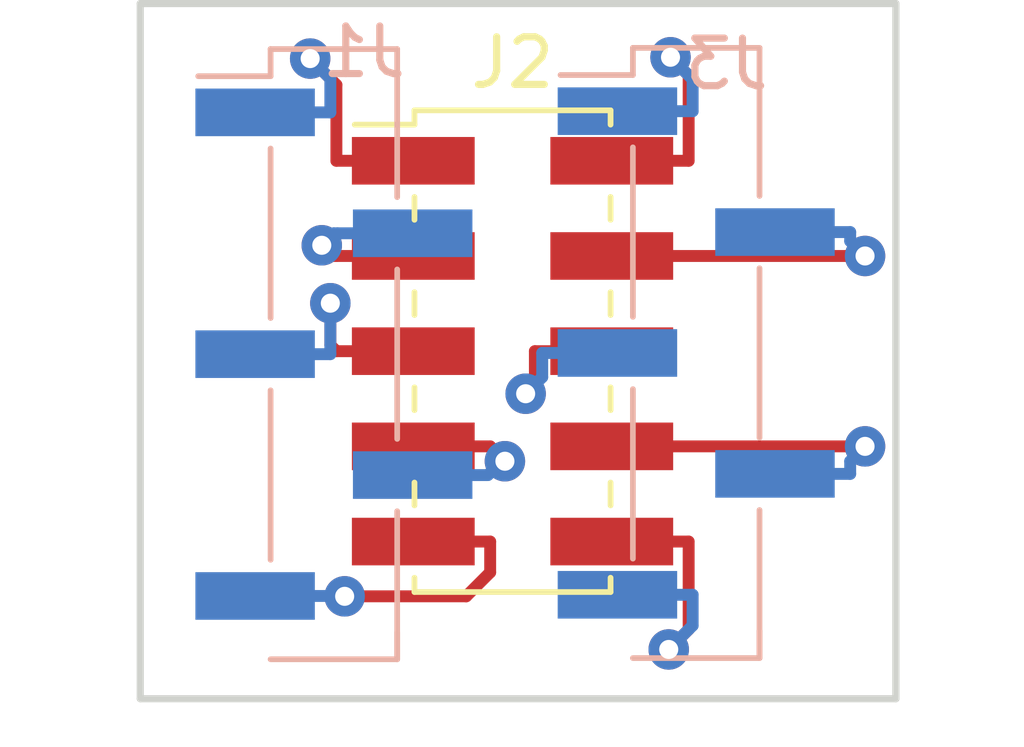
<source format=kicad_pcb>
(kicad_pcb (version 4) (host pcbnew 4.0.7-e2-6376~58~ubuntu16.04.1)

  (general
    (links 10)
    (no_connects 0)
    (area 124.613142 97.714999 146.298858 113.641)
    (thickness 1.6)
    (drawings 4)
    (tracks 65)
    (zones 0)
    (modules 3)
    (nets 11)
  )

  (page A4)
  (layers
    (0 F.Cu signal)
    (31 B.Cu signal)
    (32 B.Adhes user)
    (33 F.Adhes user)
    (34 B.Paste user)
    (35 F.Paste user)
    (36 B.SilkS user)
    (37 F.SilkS user)
    (38 B.Mask user)
    (39 F.Mask user)
    (40 Dwgs.User user)
    (41 Cmts.User user)
    (42 Eco1.User user)
    (43 Eco2.User user)
    (44 Edge.Cuts user)
    (45 Margin user)
    (46 B.CrtYd user)
    (47 F.CrtYd user)
    (48 B.Fab user)
    (49 F.Fab user)
  )

  (setup
    (last_trace_width 0.25)
    (trace_clearance 0.2)
    (zone_clearance 0.508)
    (zone_45_only no)
    (trace_min 0.2)
    (segment_width 0.2)
    (edge_width 0.15)
    (via_size 0.85)
    (via_drill 0.4)
    (via_min_size 0.4)
    (via_min_drill 0.3)
    (uvia_size 0.3)
    (uvia_drill 0.1)
    (uvias_allowed no)
    (uvia_min_size 0.2)
    (uvia_min_drill 0.1)
    (pcb_text_width 0.3)
    (pcb_text_size 1.5 1.5)
    (mod_edge_width 0.15)
    (mod_text_size 1 1)
    (mod_text_width 0.15)
    (pad_size 1.524 1.524)
    (pad_drill 0.762)
    (pad_to_mask_clearance 0.2)
    (aux_axis_origin 0 0)
    (visible_elements FFFFFF7F)
    (pcbplotparams
      (layerselection 0x010f0_80000001)
      (usegerberextensions true)
      (excludeedgelayer true)
      (linewidth 0.100000)
      (plotframeref false)
      (viasonmask false)
      (mode 1)
      (useauxorigin false)
      (hpglpennumber 1)
      (hpglpenspeed 20)
      (hpglpendiameter 15)
      (hpglpenoverlay 2)
      (psnegative false)
      (psa4output false)
      (plotreference true)
      (plotvalue true)
      (plotinvisibletext false)
      (padsonsilk false)
      (subtractmaskfromsilk false)
      (outputformat 1)
      (mirror false)
      (drillshape 0)
      (scaleselection 1)
      (outputdirectory r_02x05_2.00_gerber/))
  )

  (net 0 "")
  (net 1 "Net-(J1-Pad2)")
  (net 2 "Net-(J1-Pad4)")
  (net 3 "Net-(J1-Pad1)")
  (net 4 "Net-(J1-Pad3)")
  (net 5 "Net-(J1-Pad5)")
  (net 6 "Net-(J2-Pad2)")
  (net 7 "Net-(J2-Pad4)")
  (net 8 "Net-(J2-Pad6)")
  (net 9 "Net-(J2-Pad8)")
  (net 10 "Net-(J2-Pad10)")

  (net_class Default "This is the default net class."
    (clearance 0.2)
    (trace_width 0.25)
    (via_dia 0.85)
    (via_drill 0.4)
    (uvia_dia 0.3)
    (uvia_drill 0.1)
    (add_net "Net-(J1-Pad1)")
    (add_net "Net-(J1-Pad2)")
    (add_net "Net-(J1-Pad3)")
    (add_net "Net-(J1-Pad4)")
    (add_net "Net-(J1-Pad5)")
    (add_net "Net-(J2-Pad10)")
    (add_net "Net-(J2-Pad2)")
    (add_net "Net-(J2-Pad4)")
    (add_net "Net-(J2-Pad6)")
    (add_net "Net-(J2-Pad8)")
  )

  (module Pin_Headers:Pin_Header_Straight_1x05_Pitch2.54mm_SMD_Pin1Right (layer B.Cu) (tedit 59650532) (tstamp 5A510CD7)
    (at 131.703 105.156 180)
    (descr "surface-mounted straight pin header, 1x05, 2.54mm pitch, single row, style 2 (pin 1 right)")
    (tags "Surface mounted pin header SMD 1x05 2.54mm single row style2 pin1 right")
    (path /5A4D0163)
    (attr smd)
    (fp_text reference J1 (at -0.631 6.35 180) (layer B.SilkS)
      (effects (font (size 1 1) (thickness 0.15)) (justify mirror))
    )
    (fp_text value Conn_01x05_Odd (at 0 -7.41 180) (layer B.Fab)
      (effects (font (size 1 1) (thickness 0.15)) (justify mirror))
    )
    (fp_line (start 1.27 -6.35) (end -1.27 -6.35) (layer B.Fab) (width 0.1))
    (fp_line (start -1.27 6.35) (end 0.32 6.35) (layer B.Fab) (width 0.1))
    (fp_line (start 1.27 -6.35) (end 1.27 5.4) (layer B.Fab) (width 0.1))
    (fp_line (start 1.27 5.4) (end 0.32 6.35) (layer B.Fab) (width 0.1))
    (fp_line (start -1.27 6.35) (end -1.27 -6.35) (layer B.Fab) (width 0.1))
    (fp_line (start -1.27 2.86) (end -2.54 2.86) (layer B.Fab) (width 0.1))
    (fp_line (start -2.54 2.86) (end -2.54 2.22) (layer B.Fab) (width 0.1))
    (fp_line (start -2.54 2.22) (end -1.27 2.22) (layer B.Fab) (width 0.1))
    (fp_line (start -1.27 -2.22) (end -2.54 -2.22) (layer B.Fab) (width 0.1))
    (fp_line (start -2.54 -2.22) (end -2.54 -2.86) (layer B.Fab) (width 0.1))
    (fp_line (start -2.54 -2.86) (end -1.27 -2.86) (layer B.Fab) (width 0.1))
    (fp_line (start 1.27 5.4) (end 2.54 5.4) (layer B.Fab) (width 0.1))
    (fp_line (start 2.54 5.4) (end 2.54 4.76) (layer B.Fab) (width 0.1))
    (fp_line (start 2.54 4.76) (end 1.27 4.76) (layer B.Fab) (width 0.1))
    (fp_line (start 1.27 0.32) (end 2.54 0.32) (layer B.Fab) (width 0.1))
    (fp_line (start 2.54 0.32) (end 2.54 -0.32) (layer B.Fab) (width 0.1))
    (fp_line (start 2.54 -0.32) (end 1.27 -0.32) (layer B.Fab) (width 0.1))
    (fp_line (start 1.27 -4.76) (end 2.54 -4.76) (layer B.Fab) (width 0.1))
    (fp_line (start 2.54 -4.76) (end 2.54 -5.4) (layer B.Fab) (width 0.1))
    (fp_line (start 2.54 -5.4) (end 1.27 -5.4) (layer B.Fab) (width 0.1))
    (fp_line (start -1.33 6.41) (end 1.33 6.41) (layer B.SilkS) (width 0.12))
    (fp_line (start -1.33 -6.41) (end 1.33 -6.41) (layer B.SilkS) (width 0.12))
    (fp_line (start 1.33 4.32) (end 1.33 0.76) (layer B.SilkS) (width 0.12))
    (fp_line (start 1.33 -0.76) (end 1.33 -4.32) (layer B.SilkS) (width 0.12))
    (fp_line (start -1.33 6.41) (end -1.33 3.3) (layer B.SilkS) (width 0.12))
    (fp_line (start 1.33 5.84) (end 2.85 5.84) (layer B.SilkS) (width 0.12))
    (fp_line (start 1.33 6.41) (end 1.33 5.84) (layer B.SilkS) (width 0.12))
    (fp_line (start -1.33 -5.84) (end -1.33 -6.41) (layer B.SilkS) (width 0.12))
    (fp_line (start -1.33 1.78) (end -1.33 -1.78) (layer B.SilkS) (width 0.12))
    (fp_line (start -1.33 -3.3) (end -1.33 -6.41) (layer B.SilkS) (width 0.12))
    (fp_line (start -3.45 6.85) (end -3.45 -6.85) (layer B.CrtYd) (width 0.05))
    (fp_line (start -3.45 -6.85) (end 3.45 -6.85) (layer B.CrtYd) (width 0.05))
    (fp_line (start 3.45 -6.85) (end 3.45 6.85) (layer B.CrtYd) (width 0.05))
    (fp_line (start 3.45 6.85) (end -3.45 6.85) (layer B.CrtYd) (width 0.05))
    (fp_text user %R (at 0 0 450) (layer B.Fab)
      (effects (font (size 1 1) (thickness 0.15)) (justify mirror))
    )
    (pad 2 smd rect (at -1.655 2.54 180) (size 2.51 1) (layers B.Cu B.Paste B.Mask)
      (net 1 "Net-(J1-Pad2)"))
    (pad 4 smd rect (at -1.655 -2.54 180) (size 2.51 1) (layers B.Cu B.Paste B.Mask)
      (net 2 "Net-(J1-Pad4)"))
    (pad 1 smd rect (at 1.655 5.08 180) (size 2.51 1) (layers B.Cu B.Paste B.Mask)
      (net 3 "Net-(J1-Pad1)"))
    (pad 3 smd rect (at 1.655 0 180) (size 2.51 1) (layers B.Cu B.Paste B.Mask)
      (net 4 "Net-(J1-Pad3)"))
    (pad 5 smd rect (at 1.655 -5.08 180) (size 2.51 1) (layers B.Cu B.Paste B.Mask)
      (net 5 "Net-(J1-Pad5)"))
    (model ${KISYS3DMOD}/Pin_Headers.3dshapes/Pin_Header_Straight_1x05_Pitch2.54mm_SMD_Pin1Right.wrl
      (at (xyz 0 0 0))
      (scale (xyz 1 1 1))
      (rotate (xyz 0 0 0))
    )
  )

  (module Pin_Headers:Pin_Header_Straight_2x05_Pitch2.00mm_SMD (layer F.Cu) (tedit 59650534) (tstamp 5A510CE5)
    (at 135.456 105.093)
    (descr "surface-mounted straight pin header, 2x05, 2.00mm pitch, double rows")
    (tags "Surface mounted pin header SMD 2x05 2.00mm double row")
    (path /5A4D0099)
    (attr smd)
    (fp_text reference J2 (at 0 -6.06) (layer F.SilkS)
      (effects (font (size 1 1) (thickness 0.15)))
    )
    (fp_text value Conn_02x05_Odd_Even_2mm (at 0 6.06) (layer F.Fab)
      (effects (font (size 1 1) (thickness 0.15)))
    )
    (fp_line (start 2 5) (end -2 5) (layer F.Fab) (width 0.1))
    (fp_line (start -1.25 -5) (end 2 -5) (layer F.Fab) (width 0.1))
    (fp_line (start -2 5) (end -2 -4.25) (layer F.Fab) (width 0.1))
    (fp_line (start -2 -4.25) (end -1.25 -5) (layer F.Fab) (width 0.1))
    (fp_line (start 2 -5) (end 2 5) (layer F.Fab) (width 0.1))
    (fp_line (start -2 -4.25) (end -2.875 -4.25) (layer F.Fab) (width 0.1))
    (fp_line (start -2.875 -4.25) (end -2.875 -3.75) (layer F.Fab) (width 0.1))
    (fp_line (start -2.875 -3.75) (end -2 -3.75) (layer F.Fab) (width 0.1))
    (fp_line (start 2 -4.25) (end 2.875 -4.25) (layer F.Fab) (width 0.1))
    (fp_line (start 2.875 -4.25) (end 2.875 -3.75) (layer F.Fab) (width 0.1))
    (fp_line (start 2.875 -3.75) (end 2 -3.75) (layer F.Fab) (width 0.1))
    (fp_line (start -2 -2.25) (end -2.875 -2.25) (layer F.Fab) (width 0.1))
    (fp_line (start -2.875 -2.25) (end -2.875 -1.75) (layer F.Fab) (width 0.1))
    (fp_line (start -2.875 -1.75) (end -2 -1.75) (layer F.Fab) (width 0.1))
    (fp_line (start 2 -2.25) (end 2.875 -2.25) (layer F.Fab) (width 0.1))
    (fp_line (start 2.875 -2.25) (end 2.875 -1.75) (layer F.Fab) (width 0.1))
    (fp_line (start 2.875 -1.75) (end 2 -1.75) (layer F.Fab) (width 0.1))
    (fp_line (start -2 -0.25) (end -2.875 -0.25) (layer F.Fab) (width 0.1))
    (fp_line (start -2.875 -0.25) (end -2.875 0.25) (layer F.Fab) (width 0.1))
    (fp_line (start -2.875 0.25) (end -2 0.25) (layer F.Fab) (width 0.1))
    (fp_line (start 2 -0.25) (end 2.875 -0.25) (layer F.Fab) (width 0.1))
    (fp_line (start 2.875 -0.25) (end 2.875 0.25) (layer F.Fab) (width 0.1))
    (fp_line (start 2.875 0.25) (end 2 0.25) (layer F.Fab) (width 0.1))
    (fp_line (start -2 1.75) (end -2.875 1.75) (layer F.Fab) (width 0.1))
    (fp_line (start -2.875 1.75) (end -2.875 2.25) (layer F.Fab) (width 0.1))
    (fp_line (start -2.875 2.25) (end -2 2.25) (layer F.Fab) (width 0.1))
    (fp_line (start 2 1.75) (end 2.875 1.75) (layer F.Fab) (width 0.1))
    (fp_line (start 2.875 1.75) (end 2.875 2.25) (layer F.Fab) (width 0.1))
    (fp_line (start 2.875 2.25) (end 2 2.25) (layer F.Fab) (width 0.1))
    (fp_line (start -2 3.75) (end -2.875 3.75) (layer F.Fab) (width 0.1))
    (fp_line (start -2.875 3.75) (end -2.875 4.25) (layer F.Fab) (width 0.1))
    (fp_line (start -2.875 4.25) (end -2 4.25) (layer F.Fab) (width 0.1))
    (fp_line (start 2 3.75) (end 2.875 3.75) (layer F.Fab) (width 0.1))
    (fp_line (start 2.875 3.75) (end 2.875 4.25) (layer F.Fab) (width 0.1))
    (fp_line (start 2.875 4.25) (end 2 4.25) (layer F.Fab) (width 0.1))
    (fp_line (start -2.06 -5.06) (end 2.06 -5.06) (layer F.SilkS) (width 0.12))
    (fp_line (start -2.06 5.06) (end 2.06 5.06) (layer F.SilkS) (width 0.12))
    (fp_line (start -3.315 -4.76) (end -2.06 -4.76) (layer F.SilkS) (width 0.12))
    (fp_line (start -2.06 -5.06) (end -2.06 -4.76) (layer F.SilkS) (width 0.12))
    (fp_line (start 2.06 -5.06) (end 2.06 -4.76) (layer F.SilkS) (width 0.12))
    (fp_line (start -2.06 4.76) (end -2.06 5.06) (layer F.SilkS) (width 0.12))
    (fp_line (start 2.06 4.76) (end 2.06 5.06) (layer F.SilkS) (width 0.12))
    (fp_line (start -2.06 -3.24) (end -2.06 -2.76) (layer F.SilkS) (width 0.12))
    (fp_line (start 2.06 -3.24) (end 2.06 -2.76) (layer F.SilkS) (width 0.12))
    (fp_line (start -2.06 -1.24) (end -2.06 -0.76) (layer F.SilkS) (width 0.12))
    (fp_line (start 2.06 -1.24) (end 2.06 -0.76) (layer F.SilkS) (width 0.12))
    (fp_line (start -2.06 0.76) (end -2.06 1.24) (layer F.SilkS) (width 0.12))
    (fp_line (start 2.06 0.76) (end 2.06 1.24) (layer F.SilkS) (width 0.12))
    (fp_line (start -2.06 2.76) (end -2.06 3.24) (layer F.SilkS) (width 0.12))
    (fp_line (start 2.06 2.76) (end 2.06 3.24) (layer F.SilkS) (width 0.12))
    (fp_line (start -4.9 -5.5) (end -4.9 5.5) (layer F.CrtYd) (width 0.05))
    (fp_line (start -4.9 5.5) (end 4.9 5.5) (layer F.CrtYd) (width 0.05))
    (fp_line (start 4.9 5.5) (end 4.9 -5.5) (layer F.CrtYd) (width 0.05))
    (fp_line (start 4.9 -5.5) (end -4.9 -5.5) (layer F.CrtYd) (width 0.05))
    (fp_text user %R (at 0 0 90) (layer F.Fab)
      (effects (font (size 1 1) (thickness 0.15)))
    )
    (pad 1 smd rect (at -2.085 -4) (size 2.58 1) (layers F.Cu F.Paste F.Mask)
      (net 3 "Net-(J1-Pad1)"))
    (pad 2 smd rect (at 2.085 -4) (size 2.58 1) (layers F.Cu F.Paste F.Mask)
      (net 6 "Net-(J2-Pad2)"))
    (pad 3 smd rect (at -2.085 -2) (size 2.58 1) (layers F.Cu F.Paste F.Mask)
      (net 1 "Net-(J1-Pad2)"))
    (pad 4 smd rect (at 2.085 -2) (size 2.58 1) (layers F.Cu F.Paste F.Mask)
      (net 7 "Net-(J2-Pad4)"))
    (pad 5 smd rect (at -2.085 0) (size 2.58 1) (layers F.Cu F.Paste F.Mask)
      (net 4 "Net-(J1-Pad3)"))
    (pad 6 smd rect (at 2.085 0) (size 2.58 1) (layers F.Cu F.Paste F.Mask)
      (net 8 "Net-(J2-Pad6)"))
    (pad 7 smd rect (at -2.085 2) (size 2.58 1) (layers F.Cu F.Paste F.Mask)
      (net 2 "Net-(J1-Pad4)"))
    (pad 8 smd rect (at 2.085 2) (size 2.58 1) (layers F.Cu F.Paste F.Mask)
      (net 9 "Net-(J2-Pad8)"))
    (pad 9 smd rect (at -2.085 4) (size 2.58 1) (layers F.Cu F.Paste F.Mask)
      (net 5 "Net-(J1-Pad5)"))
    (pad 10 smd rect (at 2.085 4) (size 2.58 1) (layers F.Cu F.Paste F.Mask)
      (net 10 "Net-(J2-Pad10)"))
    (model ${KISYS3DMOD}/Pin_Headers.3dshapes/Pin_Header_Straight_2x05_Pitch2.00mm_SMD.wrl
      (at (xyz 0 0 0))
      (scale (xyz 1 1 1))
      (rotate (xyz 0 0 0))
    )
  )

  (module Pin_Headers:Pin_Header_Straight_1x05_Pitch2.54mm_SMD_Pin1Right (layer B.Cu) (tedit 59650532) (tstamp 5A510CEE)
    (at 139.315 105.131 180)
    (descr "surface-mounted straight pin header, 1x05, 2.54mm pitch, single row, style 2 (pin 1 right)")
    (tags "Surface mounted pin header SMD 1x05 2.54mm single row style2 pin1 right")
    (path /5A4D0116)
    (attr smd)
    (fp_text reference J3 (at -0.639 6.0706 180) (layer B.SilkS)
      (effects (font (size 1 1) (thickness 0.15)) (justify mirror))
    )
    (fp_text value Conn_01x05_Even (at 0 -7.41 180) (layer B.Fab)
      (effects (font (size 1 1) (thickness 0.15)) (justify mirror))
    )
    (fp_line (start 1.27 -6.35) (end -1.27 -6.35) (layer B.Fab) (width 0.1))
    (fp_line (start -1.27 6.35) (end 0.32 6.35) (layer B.Fab) (width 0.1))
    (fp_line (start 1.27 -6.35) (end 1.27 5.4) (layer B.Fab) (width 0.1))
    (fp_line (start 1.27 5.4) (end 0.32 6.35) (layer B.Fab) (width 0.1))
    (fp_line (start -1.27 6.35) (end -1.27 -6.35) (layer B.Fab) (width 0.1))
    (fp_line (start -1.27 2.86) (end -2.54 2.86) (layer B.Fab) (width 0.1))
    (fp_line (start -2.54 2.86) (end -2.54 2.22) (layer B.Fab) (width 0.1))
    (fp_line (start -2.54 2.22) (end -1.27 2.22) (layer B.Fab) (width 0.1))
    (fp_line (start -1.27 -2.22) (end -2.54 -2.22) (layer B.Fab) (width 0.1))
    (fp_line (start -2.54 -2.22) (end -2.54 -2.86) (layer B.Fab) (width 0.1))
    (fp_line (start -2.54 -2.86) (end -1.27 -2.86) (layer B.Fab) (width 0.1))
    (fp_line (start 1.27 5.4) (end 2.54 5.4) (layer B.Fab) (width 0.1))
    (fp_line (start 2.54 5.4) (end 2.54 4.76) (layer B.Fab) (width 0.1))
    (fp_line (start 2.54 4.76) (end 1.27 4.76) (layer B.Fab) (width 0.1))
    (fp_line (start 1.27 0.32) (end 2.54 0.32) (layer B.Fab) (width 0.1))
    (fp_line (start 2.54 0.32) (end 2.54 -0.32) (layer B.Fab) (width 0.1))
    (fp_line (start 2.54 -0.32) (end 1.27 -0.32) (layer B.Fab) (width 0.1))
    (fp_line (start 1.27 -4.76) (end 2.54 -4.76) (layer B.Fab) (width 0.1))
    (fp_line (start 2.54 -4.76) (end 2.54 -5.4) (layer B.Fab) (width 0.1))
    (fp_line (start 2.54 -5.4) (end 1.27 -5.4) (layer B.Fab) (width 0.1))
    (fp_line (start -1.33 6.41) (end 1.33 6.41) (layer B.SilkS) (width 0.12))
    (fp_line (start -1.33 -6.41) (end 1.33 -6.41) (layer B.SilkS) (width 0.12))
    (fp_line (start 1.33 4.32) (end 1.33 0.76) (layer B.SilkS) (width 0.12))
    (fp_line (start 1.33 -0.76) (end 1.33 -4.32) (layer B.SilkS) (width 0.12))
    (fp_line (start -1.33 6.41) (end -1.33 3.3) (layer B.SilkS) (width 0.12))
    (fp_line (start 1.33 5.84) (end 2.85 5.84) (layer B.SilkS) (width 0.12))
    (fp_line (start 1.33 6.41) (end 1.33 5.84) (layer B.SilkS) (width 0.12))
    (fp_line (start -1.33 -5.84) (end -1.33 -6.41) (layer B.SilkS) (width 0.12))
    (fp_line (start -1.33 1.78) (end -1.33 -1.78) (layer B.SilkS) (width 0.12))
    (fp_line (start -1.33 -3.3) (end -1.33 -6.41) (layer B.SilkS) (width 0.12))
    (fp_line (start -3.45 6.85) (end -3.45 -6.85) (layer B.CrtYd) (width 0.05))
    (fp_line (start -3.45 -6.85) (end 3.45 -6.85) (layer B.CrtYd) (width 0.05))
    (fp_line (start 3.45 -6.85) (end 3.45 6.85) (layer B.CrtYd) (width 0.05))
    (fp_line (start 3.45 6.85) (end -3.45 6.85) (layer B.CrtYd) (width 0.05))
    (fp_text user %R (at 0 0 450) (layer B.Fab)
      (effects (font (size 1 1) (thickness 0.15)) (justify mirror))
    )
    (pad 2 smd rect (at -1.655 2.54 180) (size 2.51 1) (layers B.Cu B.Paste B.Mask)
      (net 7 "Net-(J2-Pad4)"))
    (pad 4 smd rect (at -1.655 -2.54 180) (size 2.51 1) (layers B.Cu B.Paste B.Mask)
      (net 9 "Net-(J2-Pad8)"))
    (pad 1 smd rect (at 1.655 5.08 180) (size 2.51 1) (layers B.Cu B.Paste B.Mask)
      (net 6 "Net-(J2-Pad2)"))
    (pad 3 smd rect (at 1.655 0 180) (size 2.51 1) (layers B.Cu B.Paste B.Mask)
      (net 8 "Net-(J2-Pad6)"))
    (pad 5 smd rect (at 1.655 -5.08 180) (size 2.51 1) (layers B.Cu B.Paste B.Mask)
      (net 10 "Net-(J2-Pad10)"))
    (model ${KISYS3DMOD}/Pin_Headers.3dshapes/Pin_Header_Straight_1x05_Pitch2.54mm_SMD_Pin1Right.wrl
      (at (xyz 0 0 0))
      (scale (xyz 1 1 1))
      (rotate (xyz 0 0 0))
    )
  )

  (gr_line (start 127.635 97.79) (end 143.51 97.79) (layer Edge.Cuts) (width 0.15))
  (gr_line (start 127.635 112.395) (end 127.635 97.79) (layer Edge.Cuts) (width 0.15))
  (gr_line (start 143.51 112.395) (end 127.635 112.395) (layer Edge.Cuts) (width 0.15))
  (gr_line (start 143.51 97.79) (end 143.51 112.395) (layer Edge.Cuts) (width 0.15))

  (via (at 131.4486 102.8683) (size 0.85) (layers F.Cu B.Cu) (net 1))
  (segment (start 133.358 102.616) (end 131.7777 102.616) (width 0.25) (layer B.Cu) (net 1))
  (segment (start 133.371 103.093) (end 131.7557 103.093) (width 0.25) (layer F.Cu) (net 1))
  (segment (start 131.7009 102.616) (end 131.4486 102.8683) (width 0.25) (layer B.Cu) (net 1))
  (segment (start 131.7777 102.616) (end 131.7009 102.616) (width 0.25) (layer B.Cu) (net 1))
  (segment (start 131.6733 103.093) (end 131.4486 102.8683) (width 0.25) (layer F.Cu) (net 1))
  (segment (start 131.7557 103.093) (end 131.6733 103.093) (width 0.25) (layer F.Cu) (net 1))
  (via (at 135.2961 107.4054) (size 0.85) (layers F.Cu B.Cu) (net 2))
  (segment (start 135.2289 107.4054) (end 135.2961 107.4054) (width 0.25) (layer B.Cu) (net 2))
  (segment (start 134.9383 107.696) (end 135.2289 107.4054) (width 0.25) (layer B.Cu) (net 2))
  (segment (start 134.9863 107.0956) (end 135.2961 107.4054) (width 0.25) (layer F.Cu) (net 2))
  (segment (start 134.9863 107.093) (end 134.9863 107.0956) (width 0.25) (layer F.Cu) (net 2))
  (segment (start 133.371 107.093) (end 134.9863 107.093) (width 0.25) (layer F.Cu) (net 2))
  (segment (start 133.358 107.696) (end 134.9383 107.696) (width 0.25) (layer B.Cu) (net 2))
  (via (at 131.2046 98.9459) (size 0.85) (layers F.Cu B.Cu) (net 3))
  (segment (start 133.371 101.093) (end 131.7557 101.093) (width 0.25) (layer F.Cu) (net 3))
  (segment (start 130.048 100.076) (end 131.6283 100.076) (width 0.25) (layer B.Cu) (net 3))
  (segment (start 131.6283 99.3696) (end 131.2046 98.9459) (width 0.25) (layer B.Cu) (net 3))
  (segment (start 131.6283 100.076) (end 131.6283 99.3696) (width 0.25) (layer B.Cu) (net 3))
  (segment (start 131.7557 99.497) (end 131.2046 98.9459) (width 0.25) (layer F.Cu) (net 3))
  (segment (start 131.7557 101.093) (end 131.7557 99.497) (width 0.25) (layer F.Cu) (net 3))
  (via (at 131.6283 104.0854) (size 0.85) (layers F.Cu B.Cu) (net 4))
  (segment (start 133.371 105.093) (end 131.7557 105.093) (width 0.25) (layer F.Cu) (net 4))
  (segment (start 130.048 105.156) (end 131.6283 105.156) (width 0.25) (layer B.Cu) (net 4))
  (segment (start 131.6283 105.156) (end 131.6283 104.0854) (width 0.25) (layer B.Cu) (net 4))
  (segment (start 131.6283 104.9656) (end 131.6283 104.0854) (width 0.25) (layer F.Cu) (net 4))
  (segment (start 131.7557 105.093) (end 131.6283 104.9656) (width 0.25) (layer F.Cu) (net 4))
  (via (at 131.9292 110.2436) (size 0.85) (layers F.Cu B.Cu) (net 5))
  (segment (start 133.371 109.093) (end 134.9863 109.093) (width 0.25) (layer F.Cu) (net 5))
  (segment (start 131.9216 110.236) (end 131.9292 110.2436) (width 0.25) (layer B.Cu) (net 5))
  (segment (start 130.048 110.236) (end 131.9216 110.236) (width 0.25) (layer B.Cu) (net 5))
  (segment (start 134.483 110.2436) (end 131.9292 110.2436) (width 0.25) (layer F.Cu) (net 5))
  (segment (start 134.9863 109.7403) (end 134.483 110.2436) (width 0.25) (layer F.Cu) (net 5))
  (segment (start 134.9863 109.093) (end 134.9863 109.7403) (width 0.25) (layer F.Cu) (net 5))
  (via (at 138.7754 98.9182) (size 0.85) (layers F.Cu B.Cu) (net 6))
  (segment (start 137.541 101.093) (end 139.1563 101.093) (width 0.25) (layer F.Cu) (net 6))
  (segment (start 137.66 100.051) (end 139.2403 100.051) (width 0.25) (layer B.Cu) (net 6))
  (segment (start 139.2403 99.3831) (end 138.7754 98.9182) (width 0.25) (layer B.Cu) (net 6))
  (segment (start 139.2403 100.051) (end 139.2403 99.3831) (width 0.25) (layer B.Cu) (net 6))
  (segment (start 139.1563 99.2991) (end 138.7754 98.9182) (width 0.25) (layer F.Cu) (net 6))
  (segment (start 139.1563 101.093) (end 139.1563 99.2991) (width 0.25) (layer F.Cu) (net 6))
  (via (at 142.8625 103.093) (size 0.85) (layers F.Cu B.Cu) (net 7))
  (segment (start 142.5503 102.7808) (end 142.8625 103.093) (width 0.25) (layer B.Cu) (net 7))
  (segment (start 142.5503 102.591) (end 142.5503 102.7808) (width 0.25) (layer B.Cu) (net 7))
  (segment (start 137.541 103.093) (end 142.8625 103.093) (width 0.25) (layer F.Cu) (net 7))
  (segment (start 140.97 102.591) (end 142.5503 102.591) (width 0.25) (layer B.Cu) (net 7))
  (via (at 135.7318 105.9871) (size 0.85) (layers F.Cu B.Cu) (net 8))
  (segment (start 136.0797 105.6392) (end 136.0797 105.131) (width 0.25) (layer B.Cu) (net 8))
  (segment (start 135.7318 105.9871) (end 136.0797 105.6392) (width 0.25) (layer B.Cu) (net 8))
  (segment (start 135.9257 105.7932) (end 135.7318 105.9871) (width 0.25) (layer F.Cu) (net 8))
  (segment (start 135.9257 105.093) (end 135.9257 105.7932) (width 0.25) (layer F.Cu) (net 8))
  (segment (start 137.66 105.131) (end 136.0797 105.131) (width 0.25) (layer B.Cu) (net 8))
  (segment (start 137.541 105.093) (end 135.9257 105.093) (width 0.25) (layer F.Cu) (net 8))
  (via (at 142.8625 107.093) (size 0.85) (layers F.Cu B.Cu) (net 9))
  (segment (start 142.5503 107.4052) (end 142.8625 107.093) (width 0.25) (layer B.Cu) (net 9))
  (segment (start 142.5503 107.671) (end 142.5503 107.4052) (width 0.25) (layer B.Cu) (net 9))
  (segment (start 137.541 107.093) (end 142.8625 107.093) (width 0.25) (layer F.Cu) (net 9))
  (segment (start 140.97 107.671) (end 142.5503 107.671) (width 0.25) (layer B.Cu) (net 9))
  (via (at 138.7378 111.3597) (size 0.85) (layers F.Cu B.Cu) (net 10))
  (segment (start 137.541 109.093) (end 139.1563 109.093) (width 0.25) (layer F.Cu) (net 10))
  (segment (start 137.66 110.211) (end 139.2403 110.211) (width 0.25) (layer B.Cu) (net 10))
  (segment (start 139.2403 110.8572) (end 138.7378 111.3597) (width 0.25) (layer B.Cu) (net 10))
  (segment (start 139.2403 110.211) (end 139.2403 110.8572) (width 0.25) (layer B.Cu) (net 10))
  (segment (start 139.1563 110.9412) (end 138.7378 111.3597) (width 0.25) (layer F.Cu) (net 10))
  (segment (start 139.1563 109.093) (end 139.1563 110.9412) (width 0.25) (layer F.Cu) (net 10))

)

</source>
